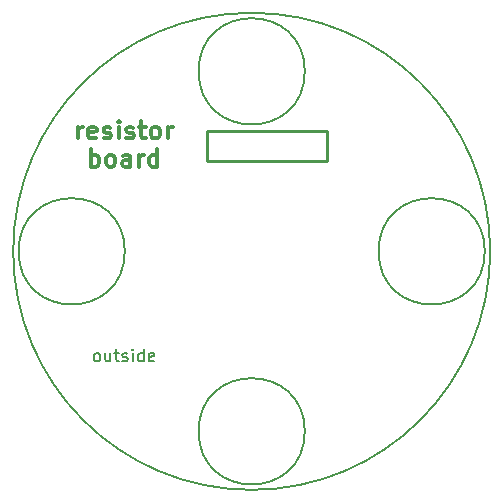
<source format=gto>
G04 (created by PCBNEW (2013-07-07 BZR 4022)-stable) date 6/7/2014 11:43:34 PM*
%MOIN*%
G04 Gerber Fmt 3.4, Leading zero omitted, Abs format*
%FSLAX34Y34*%
G01*
G70*
G90*
G04 APERTURE LIST*
%ADD10C,0.00393701*%
%ADD11C,0.008*%
%ADD12C,0.011811*%
%ADD13C,0.00787402*%
%ADD14C,0.01*%
%ADD15C,0.00590551*%
G04 APERTURE END LIST*
G54D10*
G54D11*
X79816Y-58161D02*
X79778Y-58142D01*
X79759Y-58123D01*
X79740Y-58085D01*
X79740Y-57971D01*
X79759Y-57933D01*
X79778Y-57914D01*
X79816Y-57895D01*
X79873Y-57895D01*
X79911Y-57914D01*
X79930Y-57933D01*
X79950Y-57971D01*
X79950Y-58085D01*
X79930Y-58123D01*
X79911Y-58142D01*
X79873Y-58161D01*
X79816Y-58161D01*
X80292Y-57895D02*
X80292Y-58161D01*
X80121Y-57895D02*
X80121Y-58104D01*
X80140Y-58142D01*
X80178Y-58161D01*
X80235Y-58161D01*
X80273Y-58142D01*
X80292Y-58123D01*
X80426Y-57895D02*
X80578Y-57895D01*
X80483Y-57761D02*
X80483Y-58104D01*
X80502Y-58142D01*
X80540Y-58161D01*
X80578Y-58161D01*
X80692Y-58142D02*
X80730Y-58161D01*
X80807Y-58161D01*
X80845Y-58142D01*
X80864Y-58104D01*
X80864Y-58085D01*
X80845Y-58047D01*
X80807Y-58028D01*
X80750Y-58028D01*
X80711Y-58009D01*
X80692Y-57971D01*
X80692Y-57952D01*
X80711Y-57914D01*
X80750Y-57895D01*
X80807Y-57895D01*
X80845Y-57914D01*
X81035Y-58161D02*
X81035Y-57895D01*
X81035Y-57761D02*
X81016Y-57780D01*
X81035Y-57800D01*
X81054Y-57780D01*
X81035Y-57761D01*
X81035Y-57800D01*
X81397Y-58161D02*
X81397Y-57761D01*
X81397Y-58142D02*
X81359Y-58161D01*
X81283Y-58161D01*
X81245Y-58142D01*
X81226Y-58123D01*
X81207Y-58085D01*
X81207Y-57971D01*
X81226Y-57933D01*
X81245Y-57914D01*
X81283Y-57895D01*
X81359Y-57895D01*
X81397Y-57914D01*
X81740Y-58142D02*
X81702Y-58161D01*
X81626Y-58161D01*
X81588Y-58142D01*
X81569Y-58104D01*
X81569Y-57952D01*
X81588Y-57914D01*
X81626Y-57895D01*
X81702Y-57895D01*
X81740Y-57914D01*
X81759Y-57952D01*
X81759Y-57990D01*
X81569Y-58028D01*
G54D12*
X79217Y-50739D02*
X79217Y-50345D01*
X79217Y-50457D02*
X79245Y-50401D01*
X79273Y-50373D01*
X79329Y-50345D01*
X79386Y-50345D01*
X79807Y-50710D02*
X79751Y-50739D01*
X79639Y-50739D01*
X79582Y-50710D01*
X79554Y-50654D01*
X79554Y-50429D01*
X79582Y-50373D01*
X79639Y-50345D01*
X79751Y-50345D01*
X79807Y-50373D01*
X79836Y-50429D01*
X79836Y-50485D01*
X79554Y-50542D01*
X80061Y-50710D02*
X80117Y-50739D01*
X80229Y-50739D01*
X80285Y-50710D01*
X80314Y-50654D01*
X80314Y-50626D01*
X80285Y-50570D01*
X80229Y-50542D01*
X80145Y-50542D01*
X80089Y-50514D01*
X80061Y-50457D01*
X80061Y-50429D01*
X80089Y-50373D01*
X80145Y-50345D01*
X80229Y-50345D01*
X80285Y-50373D01*
X80567Y-50739D02*
X80567Y-50345D01*
X80567Y-50148D02*
X80539Y-50176D01*
X80567Y-50204D01*
X80595Y-50176D01*
X80567Y-50148D01*
X80567Y-50204D01*
X80820Y-50710D02*
X80876Y-50739D01*
X80989Y-50739D01*
X81045Y-50710D01*
X81073Y-50654D01*
X81073Y-50626D01*
X81045Y-50570D01*
X80989Y-50542D01*
X80904Y-50542D01*
X80848Y-50514D01*
X80820Y-50457D01*
X80820Y-50429D01*
X80848Y-50373D01*
X80904Y-50345D01*
X80989Y-50345D01*
X81045Y-50373D01*
X81242Y-50345D02*
X81467Y-50345D01*
X81326Y-50148D02*
X81326Y-50654D01*
X81354Y-50710D01*
X81410Y-50739D01*
X81467Y-50739D01*
X81748Y-50739D02*
X81692Y-50710D01*
X81663Y-50682D01*
X81635Y-50626D01*
X81635Y-50457D01*
X81663Y-50401D01*
X81692Y-50373D01*
X81748Y-50345D01*
X81832Y-50345D01*
X81888Y-50373D01*
X81917Y-50401D01*
X81945Y-50457D01*
X81945Y-50626D01*
X81917Y-50682D01*
X81888Y-50710D01*
X81832Y-50739D01*
X81748Y-50739D01*
X82198Y-50739D02*
X82198Y-50345D01*
X82198Y-50457D02*
X82226Y-50401D01*
X82254Y-50373D01*
X82310Y-50345D01*
X82366Y-50345D01*
X79639Y-51683D02*
X79639Y-51093D01*
X79639Y-51318D02*
X79695Y-51290D01*
X79807Y-51290D01*
X79864Y-51318D01*
X79892Y-51346D01*
X79920Y-51402D01*
X79920Y-51571D01*
X79892Y-51627D01*
X79864Y-51655D01*
X79807Y-51683D01*
X79695Y-51683D01*
X79639Y-51655D01*
X80257Y-51683D02*
X80201Y-51655D01*
X80173Y-51627D01*
X80145Y-51571D01*
X80145Y-51402D01*
X80173Y-51346D01*
X80201Y-51318D01*
X80257Y-51290D01*
X80342Y-51290D01*
X80398Y-51318D01*
X80426Y-51346D01*
X80454Y-51402D01*
X80454Y-51571D01*
X80426Y-51627D01*
X80398Y-51655D01*
X80342Y-51683D01*
X80257Y-51683D01*
X80960Y-51683D02*
X80960Y-51374D01*
X80932Y-51318D01*
X80876Y-51290D01*
X80764Y-51290D01*
X80707Y-51318D01*
X80960Y-51655D02*
X80904Y-51683D01*
X80764Y-51683D01*
X80707Y-51655D01*
X80679Y-51599D01*
X80679Y-51543D01*
X80707Y-51487D01*
X80764Y-51458D01*
X80904Y-51458D01*
X80960Y-51430D01*
X81242Y-51683D02*
X81242Y-51290D01*
X81242Y-51402D02*
X81270Y-51346D01*
X81298Y-51318D01*
X81354Y-51290D01*
X81410Y-51290D01*
X81860Y-51683D02*
X81860Y-51093D01*
X81860Y-51655D02*
X81804Y-51683D01*
X81692Y-51683D01*
X81635Y-51655D01*
X81607Y-51627D01*
X81579Y-51571D01*
X81579Y-51402D01*
X81607Y-51346D01*
X81635Y-51318D01*
X81692Y-51290D01*
X81804Y-51290D01*
X81860Y-51318D01*
G54D13*
X92950Y-54500D02*
G75*
G03X92950Y-54500I-7950J0D01*
G74*
G01*
G54D14*
X87500Y-51500D02*
X83500Y-51500D01*
X87500Y-50500D02*
X83500Y-50500D01*
X83500Y-50500D02*
X83500Y-51500D01*
X87500Y-51500D02*
X87500Y-50500D01*
G54D15*
X86771Y-48500D02*
G75*
G03X86771Y-48500I-1771J0D01*
G74*
G01*
X86771Y-60500D02*
G75*
G03X86771Y-60500I-1771J0D01*
G74*
G01*
X80771Y-54500D02*
G75*
G03X80771Y-54500I-1771J0D01*
G74*
G01*
X92771Y-54500D02*
G75*
G03X92771Y-54500I-1771J0D01*
G74*
G01*
M02*

</source>
